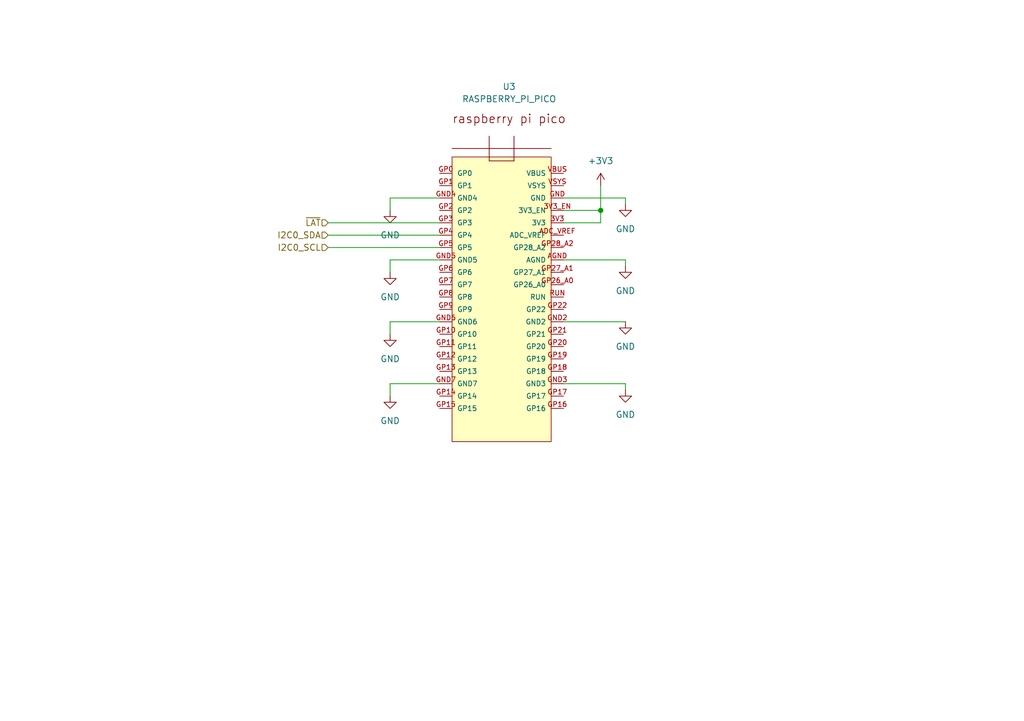
<source format=kicad_sch>
(kicad_sch (version 20231120) (generator "eeschema") (generator_version "8.0")
  (paper "A5")
  (title_block (title "Pico") (date "2025-03-04") (rev "0"))
  (lib_symbols
    (symbol "Custom:RASPBERRY_PI_PICO" (pin_names (offset 1.016))
      (property "Reference" "U" (at 0 0 0))
      (property "Value" "RASPBERRY_PI_PICO" (at 0 0 0))
      (symbol "RASPBERRY_PI_PICO_0_0"
        (rectangle (start -7.62 -34.7604) (end 12.7 23.6596) (stroke (width 0.1524)) (fill (type background)))
        (polyline (pts (xy 0 22.86) (xy 5.08 22.86)) (stroke (width 0.1524)))
        (polyline (pts (xy 0 27.94) (xy 0 22.86)) (stroke (width 0.1524)))
        (polyline (pts (xy 5.08 22.86) (xy 5.08 27.94)) (stroke (width 0.1524)))
        (polyline (pts (xy 12.7 25.4) (xy -7.62 25.4)) (stroke (width 0.1524)))
        (text "raspberry pi pico" (at -7.62 30.48 0) (effects (font (size 1.778 1.778)) (justify left bottom)))
        (pin bidirectional line (at 15.24 10.16 180) (length 2.54) (name "3V3") (number "3V3"))
        (pin bidirectional line (at 15.24 12.7 180) (length 2.54) (name "3V3_EN") (number "3V3_EN"))
        (pin bidirectional line (at 15.24 7.62 180) (length 2.54) (name "ADC_VREF") (number "ADC_VREF"))
        (pin bidirectional line (at 15.24 2.54 180) (length 2.54) (name "AGND") (number "AGND"))
        (pin bidirectional line (at 15.24 15.24 180) (length 2.54) (name "GND") (number "GND"))
        (pin bidirectional line (at 15.24 -10.16 180) (length 2.54) (name "GND2") (number "GND2"))
        (pin bidirectional line (at 15.24 -22.86 180) (length 2.54) (name "GND3") (number "GND3"))
        (pin bidirectional line (at -10.16 15.24 0) (length 2.54) (name "GND4") (number "GND4"))
        (pin bidirectional line (at -10.16 2.54 0) (length 2.54) (name "GND5") (number "GND5"))
        (pin bidirectional line (at -10.16 -10.16 0) (length 2.54) (name "GND6") (number "GND6"))
        (pin bidirectional line (at -10.16 -22.86 0) (length 2.54) (name "GND7") (number "GND7"))
        (pin bidirectional line (at -10.16 20.32 0) (length 2.54) (name "GP0") (number "GP0"))
        (pin bidirectional line (at -10.16 17.78 0) (length 2.54) (name "GP1") (number "GP1"))
        (pin bidirectional line (at -10.16 -12.7 0) (length 2.54) (name "GP10") (number "GP10"))
        (pin bidirectional line (at -10.16 -15.24 0) (length 2.54) (name "GP11") (number "GP11"))
        (pin bidirectional line (at -10.16 -17.78 0) (length 2.54) (name "GP12") (number "GP12"))
        (pin bidirectional line (at -10.16 -20.32 0) (length 2.54) (name "GP13") (number "GP13"))
        (pin bidirectional line (at -10.16 -25.4 0) (length 2.54) (name "GP14") (number "GP14"))
        (pin bidirectional line (at -10.16 -27.94 0) (length 2.54) (name "GP15") (number "GP15"))
        (pin bidirectional line (at 15.24 -27.94 180) (length 2.54) (name "GP16") (number "GP16"))
        (pin bidirectional line (at 15.24 -25.4 180) (length 2.54) (name "GP17") (number "GP17"))
        (pin bidirectional line (at 15.24 -20.32 180) (length 2.54) (name "GP18") (number "GP18"))
        (pin bidirectional line (at 15.24 -17.78 180) (length 2.54) (name "GP19") (number "GP19"))
        (pin bidirectional line (at -10.16 12.7 0) (length 2.54) (name "GP2") (number "GP2"))
        (pin bidirectional line (at 15.24 -15.24 180) (length 2.54) (name "GP20") (number "GP20"))
        (pin bidirectional line (at 15.24 -12.7 180) (length 2.54) (name "GP21") (number "GP21"))
        (pin bidirectional line (at 15.24 -7.62 180) (length 2.54) (name "GP22") (number "GP22"))
        (pin bidirectional line (at 15.24 -2.54 180) (length 2.54) (name "GP26_A0") (number "GP26_A0"))
        (pin bidirectional line (at 15.24 0 180) (length 2.54) (name "GP27_A1") (number "GP27_A1"))
        (pin bidirectional line (at 15.24 5.08 180) (length 2.54) (name "GP28_A2") (number "GP28_A2"))
        (pin bidirectional line (at -10.16 10.16 0) (length 2.54) (name "GP3") (number "GP3"))
        (pin bidirectional line (at -10.16 7.62 0) (length 2.54) (name "GP4") (number "GP4"))
        (pin bidirectional line (at -10.16 5.08 0) (length 2.54) (name "GP5") (number "GP5"))
        (pin bidirectional line (at -10.16 0 0) (length 2.54) (name "GP6") (number "GP6"))
        (pin bidirectional line (at -10.16 -2.54 0) (length 2.54) (name "GP7") (number "GP7"))
        (pin bidirectional line (at -10.16 -5.08 0) (length 2.54) (name "GP8") (number "GP8"))
        (pin bidirectional line (at -10.16 -7.62 0) (length 2.54) (name "GP9") (number "GP9"))
        (pin bidirectional line (at 15.24 -5.08 180) (length 2.54) (name "RUN") (number "RUN"))
        (pin bidirectional line (at 15.24 20.32 180) (length 2.54) (name "VBUS") (number "VBUS"))
        (pin bidirectional line (at 15.24 17.78 180) (length 2.54) (name "VSYS") (number "VSYS"))
      )
    )
    (symbol "power:+3V3" (power) (pin_numbers hide) (pin_names (offset 0) hide)
      (property "Value" "+3V3" (at 0 3.556 0))
      (symbol "+3V3_0_1"
        (polyline (pts (xy -0.762 1.27) (xy 0 2.54)))
        (polyline (pts (xy 0 0) (xy 0 2.54)))
        (polyline (pts (xy 0 2.54) (xy 0.762 1.27)))
      )
      (symbol "+3V3_1_1"
        (pin power_in line (at 0 0 90) (length 0) (name "~") (number "1"))
      )
    )
    (symbol "power:GND" (power) (pin_numbers hide) (pin_names (offset 0) hide)
      (property "Value" "GND" (at 0 -3.81 0))
      (symbol "GND_0_1"
        (polyline (pts (xy 0 0) (xy 0 -1.27) (xy 1.27 -1.27) (xy 0 -2.54) (xy -1.27 -1.27) (xy 0 -1.27)))
      )
      (symbol "GND_1_1"
        (pin power_in line (at 0 0 270) (length 0) (name "~") (number "1"))
      )
    )
  )
  (junction (at 123.19 43.18))
  (wire (pts (xy 90.17 53.34) (xy 80.01 53.34)))
  (wire (pts (xy 67.31 48.26) (xy 90.17 48.26)))
  (wire (pts (xy 80.01 40.64) (xy 80.01 43.18)))
  (wire (pts (xy 80.01 66.04) (xy 80.01 68.58)))
  (wire (pts (xy 128.27 53.34) (xy 128.27 54.61)))
  (wire (pts (xy 115.57 66.04) (xy 128.27 66.04)))
  (wire (pts (xy 115.57 40.64) (xy 128.27 40.64)))
  (wire (pts (xy 115.57 43.18) (xy 123.19 43.18)))
  (wire (pts (xy 128.27 40.64) (xy 128.27 41.91)))
  (wire (pts (xy 128.27 78.74) (xy 128.27 80.01)))
  (wire (pts (xy 80.01 78.74) (xy 80.01 81.28)))
  (wire (pts (xy 123.19 45.72) (xy 115.57 45.72)))
  (wire (pts (xy 90.17 66.04) (xy 80.01 66.04)))
  (wire (pts (xy 90.17 40.64) (xy 80.01 40.64)))
  (wire (pts (xy 67.31 50.8) (xy 90.17 50.8)))
  (wire (pts (xy 123.19 38.1) (xy 123.19 43.18)))
  (wire (pts (xy 115.57 78.74) (xy 128.27 78.74)))
  (wire (pts (xy 90.17 78.74) (xy 80.01 78.74)))
  (wire (pts (xy 80.01 53.34) (xy 80.01 55.88)))
  (wire (pts (xy 67.31 45.72) (xy 90.17 45.72)))
  (wire (pts (xy 123.19 43.18) (xy 123.19 45.72)))
  (wire (pts (xy 115.57 53.34) (xy 128.27 53.34)))
  (hierarchical_label "I2C0_SCL" (shape input) (at 67.31 50.8 180))
  (hierarchical_label "I2C0_SDA" (shape input) (at 67.31 48.26 180))
  (hierarchical_label "~{LAT}" (shape input) (at 67.31 45.72 180))
  (symbol (lib_id "power:GND") (at 128.27 80.01 0) (unit 1)
    (property "Reference" "#PWR023" (effects (hide yes)))
    (property "Value" "GND" (at 128.27 85.09 0))
    (property "Description" "Power symbol creates a global label with name \"GND\" , ground" (effects (hide yes)))
  )
  (symbol (lib_id "power:GND") (at 80.01 81.28 0) (unit 1)
    (property "Reference" "#PWR024" (effects (hide yes)))
    (property "Value" "GND" (at 80.01 86.36 0))
    (property "Description" "Power symbol creates a global label with name \"GND\" , ground" (effects (hide yes)))
  )
  (symbol (lib_id "power:GND") (at 80.01 68.58 0) (unit 1)
    (property "Reference" "#PWR025" (effects (hide yes)))
    (property "Value" "GND" (at 80.01 73.66 0))
    (property "Description" "Power symbol creates a global label with name \"GND\" , ground" (effects (hide yes)))
  )
  (symbol (lib_id "power:GND") (at 128.27 41.91 0) (unit 1)
    (property "Reference" "#PWR020" (effects (hide yes)))
    (property "Value" "GND" (at 128.27 46.99 0))
    (property "Description" "Power symbol creates a global label with name \"GND\" , ground" (effects (hide yes)))
  )
  (symbol (lib_id "Custom:RASPBERRY_PI_PICO") (at 100.33 55.88 0) (unit 1)
    (property "Reference" "U3" (at 104.4271 17.78 0))
    (property "Value" "RASPBERRY_PI_PICO" (at 104.4271 20.32 0))
    (property "Footprint" "Custom:RASPBERRY_PI_PICO" (effects (hide yes)))
    (property "MF" "Raspberry Pi" (effects (hide yes)))
    (property "Description_1" "\n                        \n                            Raspberry Pi Board, Arm Cortex-M0+; Core Architecture:Arm; Core Sub-Architecture:Cortex-M0+; Kit Contents:Raspberry Pi Pico Board; No. Of Bits:32Bit; Silicon Core Number:Rp2040; Silicon Manufacturer:Raspberry Pi |Raspberry-Pi RASPBERRY PI PICO\n                        \n" (effects (hide yes)))
    (property "Package" "None" (effects (hide yes)))
    (property "Price" "None" (effects (hide yes)))
    (property "SnapEDA_Link" "https://www.snapeda.com/parts/RASPBERRY%20PI%20PICO/Raspberry+Pi/view-part/?ref=snap" (effects (hide yes)))
    (property "MP" "RASPBERRY PI PICO" (effects (hide yes)))
    (property "Availability" "Not in stock" (effects (hide yes)))
    (property "Check_prices" "https://www.snapeda.com/parts/RASPBERRY%20PI%20PICO/Raspberry+Pi/view-part/?ref=eda" (effects (hide yes)))
  )
  (symbol (lib_id "power:+3V3") (at 123.19 38.1 0) (unit 1)
    (property "Reference" "#PWR028" (effects (hide yes)))
    (property "Value" "+3V3" (at 123.19 33.02 0))
    (property "Description" "Power symbol creates a global label with name \"+3V3\"" (effects (hide yes)))
  )
  (symbol (lib_id "power:GND") (at 128.27 54.61 0) (unit 1)
    (property "Reference" "#PWR021" (effects (hide yes)))
    (property "Value" "GND" (at 128.27 59.69 0))
    (property "Description" "Power symbol creates a global label with name \"GND\" , ground" (effects (hide yes)))
  )
  (symbol (lib_id "power:GND") (at 128.27 66.04 0) (unit 1)
    (property "Reference" "#PWR022" (effects (hide yes)))
    (property "Value" "GND" (at 128.27 71.12 0))
    (property "Description" "Power symbol creates a global label with name \"GND\" , ground" (effects (hide yes)))
  )
  (symbol (lib_id "power:GND") (at 80.01 55.88 0) (unit 1)
    (property "Reference" "#PWR026" (effects (hide yes)))
    (property "Value" "GND" (at 80.01 60.96 0))
    (property "Description" "Power symbol creates a global label with name \"GND\" , ground" (effects (hide yes)))
  )
  (symbol (lib_id "power:GND") (at 80.01 43.18 0) (unit 1)
    (property "Reference" "#PWR027" (effects (hide yes)))
    (property "Value" "GND" (at 80.01 48.26 0))
    (property "Description" "Power symbol creates a global label with name \"GND\" , ground" (effects (hide yes)))
  )
)
</source>
